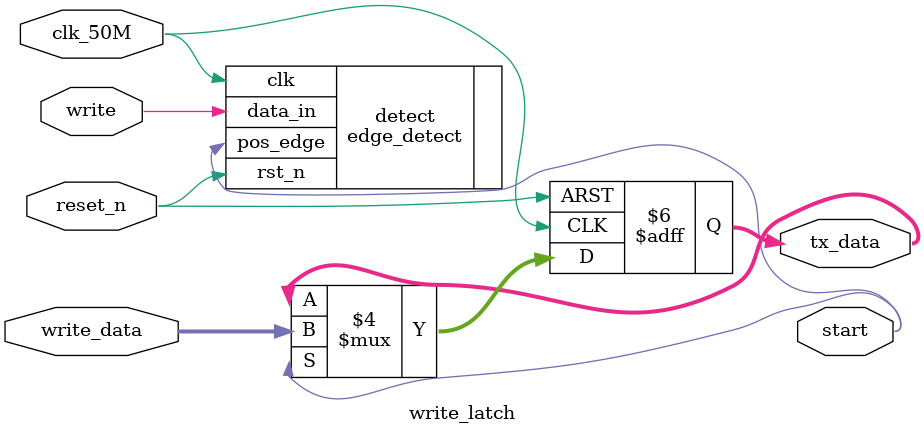
<source format=v>
module write_latch(
	input clk_50M,
	input reset_n,
	input write,
	input [7:0] write_data,
	output start,
	output reg [7:0] tx_data
);
	
	always@(posedge clk_50M,negedge reset_n)begin
		if(!reset_n) tx_data <= 8'd0;
		else if(start) tx_data <= write_data;
		else tx_data <= tx_data;
	end
	
	
	edge_detect detect(
		.clk(clk_50M),
		.rst_n(reset_n),
		.data_in(write),	//Input
		.pos_edge(start)	//Output
	);
	
	
endmodule

</source>
